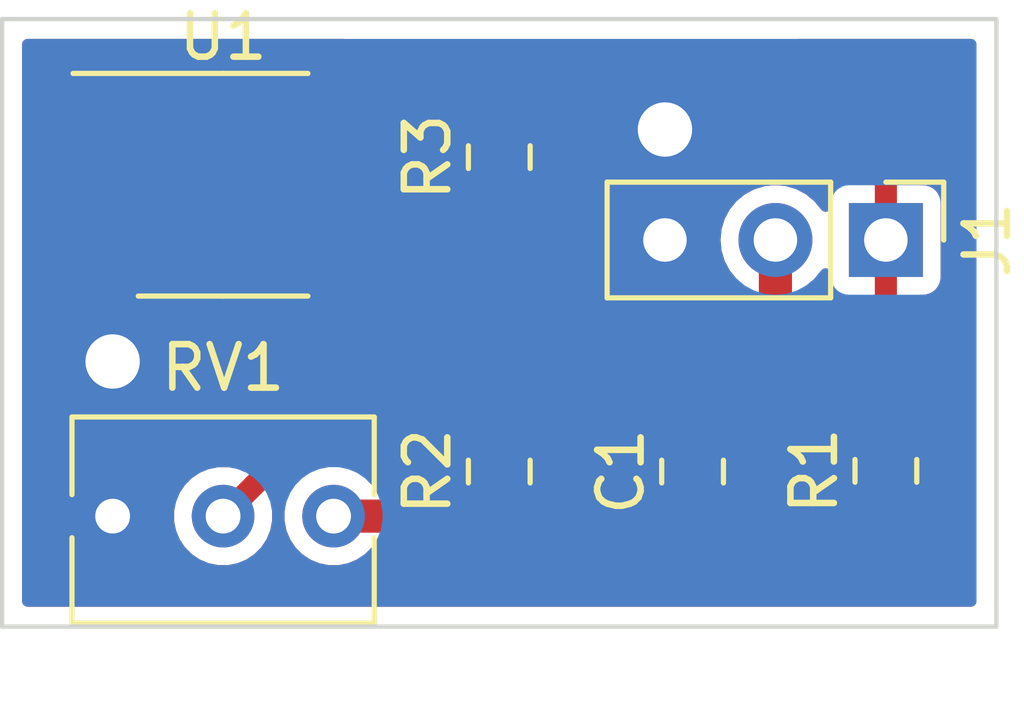
<source format=kicad_pcb>
(kicad_pcb (version 20171130) (host pcbnew "(5.1.2)-1")

  (general
    (thickness 1.6)
    (drawings 4)
    (tracks 16)
    (zones 0)
    (modules 7)
    (nets 5)
  )

  (page A4)
  (layers
    (0 F.Cu signal)
    (31 B.Cu signal)
    (32 B.Adhes user)
    (33 F.Adhes user)
    (34 B.Paste user)
    (35 F.Paste user)
    (36 B.SilkS user)
    (37 F.SilkS user)
    (38 B.Mask user)
    (39 F.Mask user)
    (40 Dwgs.User user)
    (41 Cmts.User user)
    (42 Eco1.User user)
    (43 Eco2.User user)
    (44 Edge.Cuts user)
    (45 Margin user)
    (46 B.CrtYd user)
    (47 F.CrtYd user)
    (48 B.Fab user)
    (49 F.Fab user)
  )

  (setup
    (last_trace_width 0.508)
    (trace_clearance 0.4064)
    (zone_clearance 0.4064)
    (zone_45_only no)
    (trace_min 0.2)
    (via_size 1.75)
    (via_drill 1.25)
    (via_min_size 0.4)
    (via_min_drill 0.3)
    (uvia_size 0.3)
    (uvia_drill 0.1)
    (uvias_allowed no)
    (uvia_min_size 0.2)
    (uvia_min_drill 0.1)
    (edge_width 0.05)
    (segment_width 0.2)
    (pcb_text_width 0.3)
    (pcb_text_size 1.5 1.5)
    (mod_edge_width 0.12)
    (mod_text_size 1 1)
    (mod_text_width 0.15)
    (pad_size 1.524 1.524)
    (pad_drill 0.762)
    (pad_to_mask_clearance 0.051)
    (solder_mask_min_width 0.25)
    (aux_axis_origin 0 0)
    (visible_elements 7FFFFFFF)
    (pcbplotparams
      (layerselection 0x01000_ffffffff)
      (usegerberextensions false)
      (usegerberattributes false)
      (usegerberadvancedattributes false)
      (creategerberjobfile false)
      (excludeedgelayer true)
      (linewidth 0.100000)
      (plotframeref false)
      (viasonmask false)
      (mode 1)
      (useauxorigin false)
      (hpglpennumber 1)
      (hpglpenspeed 20)
      (hpglpendiameter 15.000000)
      (psnegative false)
      (psa4output false)
      (plotreference true)
      (plotvalue true)
      (plotinvisibletext false)
      (padsonsilk false)
      (subtractmaskfromsilk false)
      (outputformat 1)
      (mirror false)
      (drillshape 0)
      (scaleselection 1)
      (outputdirectory ""))
  )

  (net 0 "")
  (net 1 GND)
  (net 2 +6V)
  (net 3 "Net-(J1-Pad1)")
  (net 4 "Net-(R2-Pad2)")

  (net_class Default "This is the default net class."
    (clearance 0.4064)
    (trace_width 0.508)
    (via_dia 1.75)
    (via_drill 1.25)
    (uvia_dia 0.3)
    (uvia_drill 0.1)
    (add_net "Net-(J1-Pad1)")
    (add_net "Net-(R2-Pad2)")
  )

  (net_class Power ""
    (clearance 0.4064)
    (trace_width 0.762)
    (via_dia 1.75)
    (via_drill 1.25)
    (uvia_dia 0.3)
    (uvia_drill 0.1)
    (add_net +6V)
    (add_net GND)
  )

  (module Package_SO:SO-8_3.9x4.9mm_P1.27mm (layer F.Cu) (tedit 5C509AD1) (tstamp 5CDEC8F4)
    (at 238.76 151.13)
    (descr "SO, 8 Pin (https://www.nxp.com/docs/en/data-sheet/PCF8523.pdf), generated with kicad-footprint-generator ipc_gullwing_generator.py")
    (tags "SO SO")
    (path /5CDE7659)
    (attr smd)
    (fp_text reference U1 (at 0 -3.4) (layer F.SilkS)
      (effects (font (size 1 1) (thickness 0.15)))
    )
    (fp_text value LM335ADT (at 0 3.4) (layer F.Fab)
      (effects (font (size 1 1) (thickness 0.15)))
    )
    (fp_text user %R (at 0 0) (layer F.Fab)
      (effects (font (size 0.98 0.98) (thickness 0.15)))
    )
    (fp_line (start 3.7 -2.7) (end -3.7 -2.7) (layer F.CrtYd) (width 0.05))
    (fp_line (start 3.7 2.7) (end 3.7 -2.7) (layer F.CrtYd) (width 0.05))
    (fp_line (start -3.7 2.7) (end 3.7 2.7) (layer F.CrtYd) (width 0.05))
    (fp_line (start -3.7 -2.7) (end -3.7 2.7) (layer F.CrtYd) (width 0.05))
    (fp_line (start -1.95 -1.475) (end -0.975 -2.45) (layer F.Fab) (width 0.1))
    (fp_line (start -1.95 2.45) (end -1.95 -1.475) (layer F.Fab) (width 0.1))
    (fp_line (start 1.95 2.45) (end -1.95 2.45) (layer F.Fab) (width 0.1))
    (fp_line (start 1.95 -2.45) (end 1.95 2.45) (layer F.Fab) (width 0.1))
    (fp_line (start -0.975 -2.45) (end 1.95 -2.45) (layer F.Fab) (width 0.1))
    (fp_line (start 0 -2.56) (end -3.45 -2.56) (layer F.SilkS) (width 0.12))
    (fp_line (start 0 -2.56) (end 1.95 -2.56) (layer F.SilkS) (width 0.12))
    (fp_line (start 0 2.56) (end -1.95 2.56) (layer F.SilkS) (width 0.12))
    (fp_line (start 0 2.56) (end 1.95 2.56) (layer F.SilkS) (width 0.12))
    (pad 8 smd roundrect (at 2.575 -1.905) (size 1.75 0.6) (layers F.Cu F.Paste F.Mask) (roundrect_rratio 0.25)
      (net 3 "Net-(J1-Pad1)"))
    (pad 7 smd roundrect (at 2.575 -0.635) (size 1.75 0.6) (layers F.Cu F.Paste F.Mask) (roundrect_rratio 0.25))
    (pad 6 smd roundrect (at 2.575 0.635) (size 1.75 0.6) (layers F.Cu F.Paste F.Mask) (roundrect_rratio 0.25))
    (pad 5 smd roundrect (at 2.575 1.905) (size 1.75 0.6) (layers F.Cu F.Paste F.Mask) (roundrect_rratio 0.25)
      (net 4 "Net-(R2-Pad2)"))
    (pad 4 smd roundrect (at -2.575 1.905) (size 1.75 0.6) (layers F.Cu F.Paste F.Mask) (roundrect_rratio 0.25)
      (net 1 GND))
    (pad 3 smd roundrect (at -2.575 0.635) (size 1.75 0.6) (layers F.Cu F.Paste F.Mask) (roundrect_rratio 0.25))
    (pad 2 smd roundrect (at -2.575 -0.635) (size 1.75 0.6) (layers F.Cu F.Paste F.Mask) (roundrect_rratio 0.25))
    (pad 1 smd roundrect (at -2.575 -1.905) (size 1.75 0.6) (layers F.Cu F.Paste F.Mask) (roundrect_rratio 0.25))
    (model ${KISYS3DMOD}/Package_SO.3dshapes/SO-8_3.9x4.9mm_P1.27mm.wrl
      (at (xyz 0 0 0))
      (scale (xyz 1 1 1))
      (rotate (xyz 0 0 0))
    )
  )

  (module Potentiometer_THT:Potentiometer_Bourns_3266Y_Vertical (layer F.Cu) (tedit 5A3D4994) (tstamp 5CDEC8DA)
    (at 241.3 158.75)
    (descr "Potentiometer, vertical, Bourns 3266Y, https://www.bourns.com/docs/Product-Datasheets/3266.pdf")
    (tags "Potentiometer vertical Bourns 3266Y")
    (path /5CDEB24B)
    (fp_text reference RV1 (at -2.54 -3.41) (layer F.SilkS)
      (effects (font (size 1 1) (thickness 0.15)))
    )
    (fp_text value 10k (at -2.54 3.59) (layer F.Fab)
      (effects (font (size 1 1) (thickness 0.15)))
    )
    (fp_text user %R (at -3.15 0.09) (layer F.Fab)
      (effects (font (size 0.92 0.92) (thickness 0.15)))
    )
    (fp_line (start 1.1 -2.45) (end -6.15 -2.45) (layer F.CrtYd) (width 0.05))
    (fp_line (start 1.1 2.6) (end 1.1 -2.45) (layer F.CrtYd) (width 0.05))
    (fp_line (start -6.15 2.6) (end 1.1 2.6) (layer F.CrtYd) (width 0.05))
    (fp_line (start -6.15 -2.45) (end -6.15 2.6) (layer F.CrtYd) (width 0.05))
    (fp_line (start 0.935 0.496) (end 0.935 2.46) (layer F.SilkS) (width 0.12))
    (fp_line (start 0.935 -2.28) (end 0.935 -0.494) (layer F.SilkS) (width 0.12))
    (fp_line (start -6.015 0.496) (end -6.015 2.46) (layer F.SilkS) (width 0.12))
    (fp_line (start -6.015 -2.28) (end -6.015 -0.494) (layer F.SilkS) (width 0.12))
    (fp_line (start -6.015 2.46) (end 0.935 2.46) (layer F.SilkS) (width 0.12))
    (fp_line (start -6.015 -2.28) (end 0.935 -2.28) (layer F.SilkS) (width 0.12))
    (fp_line (start -0.405 1.952) (end -0.404 0.189) (layer F.Fab) (width 0.1))
    (fp_line (start -0.405 1.952) (end -0.404 0.189) (layer F.Fab) (width 0.1))
    (fp_line (start 0.815 -2.16) (end -5.895 -2.16) (layer F.Fab) (width 0.1))
    (fp_line (start 0.815 2.34) (end 0.815 -2.16) (layer F.Fab) (width 0.1))
    (fp_line (start -5.895 2.34) (end 0.815 2.34) (layer F.Fab) (width 0.1))
    (fp_line (start -5.895 -2.16) (end -5.895 2.34) (layer F.Fab) (width 0.1))
    (fp_circle (center -0.405 1.07) (end 0.485 1.07) (layer F.Fab) (width 0.1))
    (pad 3 thru_hole circle (at -5.08 0) (size 1.44 1.44) (drill 0.8) (layers *.Cu *.Mask)
      (net 1 GND))
    (pad 2 thru_hole circle (at -2.54 0) (size 1.44 1.44) (drill 0.8) (layers *.Cu *.Mask)
      (net 4 "Net-(R2-Pad2)"))
    (pad 1 thru_hole circle (at 0 0) (size 1.44 1.44) (drill 0.8) (layers *.Cu *.Mask)
      (net 2 +6V))
    (model ${KISYS3DMOD}/Potentiometer_THT.3dshapes/Potentiometer_Bourns_3266Y_Vertical.wrl
      (at (xyz 0 0 0))
      (scale (xyz 1 1 1))
      (rotate (xyz 0 0 0))
    )
  )

  (module Resistor_SMD:R_0805_2012Metric_Pad1.15x1.40mm_HandSolder (layer F.Cu) (tedit 5B36C52B) (tstamp 5CDEC8C1)
    (at 245.11 150.495 90)
    (descr "Resistor SMD 0805 (2012 Metric), square (rectangular) end terminal, IPC_7351 nominal with elongated pad for handsoldering. (Body size source: https://docs.google.com/spreadsheets/d/1BsfQQcO9C6DZCsRaXUlFlo91Tg2WpOkGARC1WS5S8t0/edit?usp=sharing), generated with kicad-footprint-generator")
    (tags "resistor handsolder")
    (path /5CDEC2F0)
    (attr smd)
    (fp_text reference R3 (at 0 -1.65 90) (layer F.SilkS)
      (effects (font (size 1 1) (thickness 0.15)))
    )
    (fp_text value Calibrate (at 0 1.65 90) (layer F.Fab)
      (effects (font (size 1 1) (thickness 0.15)))
    )
    (fp_text user %R (at 0 0 90) (layer F.Fab)
      (effects (font (size 0.5 0.5) (thickness 0.08)))
    )
    (fp_line (start 1.85 0.95) (end -1.85 0.95) (layer F.CrtYd) (width 0.05))
    (fp_line (start 1.85 -0.95) (end 1.85 0.95) (layer F.CrtYd) (width 0.05))
    (fp_line (start -1.85 -0.95) (end 1.85 -0.95) (layer F.CrtYd) (width 0.05))
    (fp_line (start -1.85 0.95) (end -1.85 -0.95) (layer F.CrtYd) (width 0.05))
    (fp_line (start -0.261252 0.71) (end 0.261252 0.71) (layer F.SilkS) (width 0.12))
    (fp_line (start -0.261252 -0.71) (end 0.261252 -0.71) (layer F.SilkS) (width 0.12))
    (fp_line (start 1 0.6) (end -1 0.6) (layer F.Fab) (width 0.1))
    (fp_line (start 1 -0.6) (end 1 0.6) (layer F.Fab) (width 0.1))
    (fp_line (start -1 -0.6) (end 1 -0.6) (layer F.Fab) (width 0.1))
    (fp_line (start -1 0.6) (end -1 -0.6) (layer F.Fab) (width 0.1))
    (pad 2 smd roundrect (at 1.025 0 90) (size 1.15 1.4) (layers F.Cu F.Paste F.Mask) (roundrect_rratio 0.217391)
      (net 1 GND))
    (pad 1 smd roundrect (at -1.025 0 90) (size 1.15 1.4) (layers F.Cu F.Paste F.Mask) (roundrect_rratio 0.217391)
      (net 4 "Net-(R2-Pad2)"))
    (model ${KISYS3DMOD}/Resistor_SMD.3dshapes/R_0805_2012Metric.wrl
      (at (xyz 0 0 0))
      (scale (xyz 1 1 1))
      (rotate (xyz 0 0 0))
    )
  )

  (module Resistor_SMD:R_0805_2012Metric_Pad1.15x1.40mm_HandSolder (layer F.Cu) (tedit 5B36C52B) (tstamp 5CDEC8B0)
    (at 245.11 157.725 90)
    (descr "Resistor SMD 0805 (2012 Metric), square (rectangular) end terminal, IPC_7351 nominal with elongated pad for handsoldering. (Body size source: https://docs.google.com/spreadsheets/d/1BsfQQcO9C6DZCsRaXUlFlo91Tg2WpOkGARC1WS5S8t0/edit?usp=sharing), generated with kicad-footprint-generator")
    (tags "resistor handsolder")
    (path /5CDEBA63)
    (attr smd)
    (fp_text reference R2 (at 0 -1.65 90) (layer F.SilkS)
      (effects (font (size 1 1) (thickness 0.15)))
    )
    (fp_text value Calibrate (at 0 1.65 90) (layer F.Fab)
      (effects (font (size 1 1) (thickness 0.15)))
    )
    (fp_text user %R (at 0 0 90) (layer F.Fab)
      (effects (font (size 0.5 0.5) (thickness 0.08)))
    )
    (fp_line (start 1.85 0.95) (end -1.85 0.95) (layer F.CrtYd) (width 0.05))
    (fp_line (start 1.85 -0.95) (end 1.85 0.95) (layer F.CrtYd) (width 0.05))
    (fp_line (start -1.85 -0.95) (end 1.85 -0.95) (layer F.CrtYd) (width 0.05))
    (fp_line (start -1.85 0.95) (end -1.85 -0.95) (layer F.CrtYd) (width 0.05))
    (fp_line (start -0.261252 0.71) (end 0.261252 0.71) (layer F.SilkS) (width 0.12))
    (fp_line (start -0.261252 -0.71) (end 0.261252 -0.71) (layer F.SilkS) (width 0.12))
    (fp_line (start 1 0.6) (end -1 0.6) (layer F.Fab) (width 0.1))
    (fp_line (start 1 -0.6) (end 1 0.6) (layer F.Fab) (width 0.1))
    (fp_line (start -1 -0.6) (end 1 -0.6) (layer F.Fab) (width 0.1))
    (fp_line (start -1 0.6) (end -1 -0.6) (layer F.Fab) (width 0.1))
    (pad 2 smd roundrect (at 1.025 0 90) (size 1.15 1.4) (layers F.Cu F.Paste F.Mask) (roundrect_rratio 0.217391)
      (net 4 "Net-(R2-Pad2)"))
    (pad 1 smd roundrect (at -1.025 0 90) (size 1.15 1.4) (layers F.Cu F.Paste F.Mask) (roundrect_rratio 0.217391)
      (net 2 +6V))
    (model ${KISYS3DMOD}/Resistor_SMD.3dshapes/R_0805_2012Metric.wrl
      (at (xyz 0 0 0))
      (scale (xyz 1 1 1))
      (rotate (xyz 0 0 0))
    )
  )

  (module Resistor_SMD:R_0805_2012Metric_Pad1.15x1.40mm_HandSolder (layer F.Cu) (tedit 5B36C52B) (tstamp 5CDEC89F)
    (at 254 157.7086 90)
    (descr "Resistor SMD 0805 (2012 Metric), square (rectangular) end terminal, IPC_7351 nominal with elongated pad for handsoldering. (Body size source: https://docs.google.com/spreadsheets/d/1BsfQQcO9C6DZCsRaXUlFlo91Tg2WpOkGARC1WS5S8t0/edit?usp=sharing), generated with kicad-footprint-generator")
    (tags "resistor handsolder")
    (path /5CDE9DB2)
    (attr smd)
    (fp_text reference R1 (at 0 -1.65 90) (layer F.SilkS)
      (effects (font (size 1 1) (thickness 0.15)))
    )
    (fp_text value 2k (at 0 1.65 90) (layer F.Fab)
      (effects (font (size 1 1) (thickness 0.15)))
    )
    (fp_text user %R (at 0 0 90) (layer F.Fab)
      (effects (font (size 0.5 0.5) (thickness 0.08)))
    )
    (fp_line (start 1.85 0.95) (end -1.85 0.95) (layer F.CrtYd) (width 0.05))
    (fp_line (start 1.85 -0.95) (end 1.85 0.95) (layer F.CrtYd) (width 0.05))
    (fp_line (start -1.85 -0.95) (end 1.85 -0.95) (layer F.CrtYd) (width 0.05))
    (fp_line (start -1.85 0.95) (end -1.85 -0.95) (layer F.CrtYd) (width 0.05))
    (fp_line (start -0.261252 0.71) (end 0.261252 0.71) (layer F.SilkS) (width 0.12))
    (fp_line (start -0.261252 -0.71) (end 0.261252 -0.71) (layer F.SilkS) (width 0.12))
    (fp_line (start 1 0.6) (end -1 0.6) (layer F.Fab) (width 0.1))
    (fp_line (start 1 -0.6) (end 1 0.6) (layer F.Fab) (width 0.1))
    (fp_line (start -1 -0.6) (end 1 -0.6) (layer F.Fab) (width 0.1))
    (fp_line (start -1 0.6) (end -1 -0.6) (layer F.Fab) (width 0.1))
    (pad 2 smd roundrect (at 1.025 0 90) (size 1.15 1.4) (layers F.Cu F.Paste F.Mask) (roundrect_rratio 0.217391)
      (net 3 "Net-(J1-Pad1)"))
    (pad 1 smd roundrect (at -1.025 0 90) (size 1.15 1.4) (layers F.Cu F.Paste F.Mask) (roundrect_rratio 0.217391)
      (net 2 +6V))
    (model ${KISYS3DMOD}/Resistor_SMD.3dshapes/R_0805_2012Metric.wrl
      (at (xyz 0 0 0))
      (scale (xyz 1 1 1))
      (rotate (xyz 0 0 0))
    )
  )

  (module Connector_PinHeader_2.54mm:PinHeader_1x03_P2.54mm_Vertical (layer F.Cu) (tedit 59FED5CC) (tstamp 5CDEC88E)
    (at 254 152.4 270)
    (descr "Through hole straight pin header, 1x03, 2.54mm pitch, single row")
    (tags "Through hole pin header THT 1x03 2.54mm single row")
    (path /5CDF97C4)
    (fp_text reference J1 (at 0 -2.33 90) (layer F.SilkS)
      (effects (font (size 1 1) (thickness 0.15)))
    )
    (fp_text value PWR (at 0 7.41 90) (layer F.Fab)
      (effects (font (size 1 1) (thickness 0.15)))
    )
    (fp_text user %R (at 0 2.54) (layer F.Fab)
      (effects (font (size 1 1) (thickness 0.15)))
    )
    (fp_line (start 1.8 -1.8) (end -1.8 -1.8) (layer F.CrtYd) (width 0.05))
    (fp_line (start 1.8 6.85) (end 1.8 -1.8) (layer F.CrtYd) (width 0.05))
    (fp_line (start -1.8 6.85) (end 1.8 6.85) (layer F.CrtYd) (width 0.05))
    (fp_line (start -1.8 -1.8) (end -1.8 6.85) (layer F.CrtYd) (width 0.05))
    (fp_line (start -1.33 -1.33) (end 0 -1.33) (layer F.SilkS) (width 0.12))
    (fp_line (start -1.33 0) (end -1.33 -1.33) (layer F.SilkS) (width 0.12))
    (fp_line (start -1.33 1.27) (end 1.33 1.27) (layer F.SilkS) (width 0.12))
    (fp_line (start 1.33 1.27) (end 1.33 6.41) (layer F.SilkS) (width 0.12))
    (fp_line (start -1.33 1.27) (end -1.33 6.41) (layer F.SilkS) (width 0.12))
    (fp_line (start -1.33 6.41) (end 1.33 6.41) (layer F.SilkS) (width 0.12))
    (fp_line (start -1.27 -0.635) (end -0.635 -1.27) (layer F.Fab) (width 0.1))
    (fp_line (start -1.27 6.35) (end -1.27 -0.635) (layer F.Fab) (width 0.1))
    (fp_line (start 1.27 6.35) (end -1.27 6.35) (layer F.Fab) (width 0.1))
    (fp_line (start 1.27 -1.27) (end 1.27 6.35) (layer F.Fab) (width 0.1))
    (fp_line (start -0.635 -1.27) (end 1.27 -1.27) (layer F.Fab) (width 0.1))
    (pad 3 thru_hole oval (at 0 5.08 270) (size 1.7 1.7) (drill 1) (layers *.Cu *.Mask)
      (net 1 GND))
    (pad 2 thru_hole oval (at 0 2.54 270) (size 1.7 1.7) (drill 1) (layers *.Cu *.Mask)
      (net 2 +6V))
    (pad 1 thru_hole rect (at 0 0 270) (size 1.7 1.7) (drill 1) (layers *.Cu *.Mask)
      (net 3 "Net-(J1-Pad1)"))
    (model ${KISYS3DMOD}/Connector_PinHeader_2.54mm.3dshapes/PinHeader_1x03_P2.54mm_Vertical.wrl
      (at (xyz 0 0 0))
      (scale (xyz 1 1 1))
      (rotate (xyz 0 0 0))
    )
  )

  (module Capacitor_SMD:C_0805_2012Metric_Pad1.15x1.40mm_HandSolder (layer F.Cu) (tedit 5B36C52B) (tstamp 5CDECC54)
    (at 249.555 157.725 90)
    (descr "Capacitor SMD 0805 (2012 Metric), square (rectangular) end terminal, IPC_7351 nominal with elongated pad for handsoldering. (Body size source: https://docs.google.com/spreadsheets/d/1BsfQQcO9C6DZCsRaXUlFlo91Tg2WpOkGARC1WS5S8t0/edit?usp=sharing), generated with kicad-footprint-generator")
    (tags "capacitor handsolder")
    (path /5CDEAB79)
    (attr smd)
    (fp_text reference C1 (at 0 -1.65 90) (layer F.SilkS)
      (effects (font (size 1 1) (thickness 0.15)))
    )
    (fp_text value 100n (at 0 1.65 90) (layer F.Fab)
      (effects (font (size 1 1) (thickness 0.15)))
    )
    (fp_text user %R (at 0 0 90) (layer F.Fab)
      (effects (font (size 0.5 0.5) (thickness 0.08)))
    )
    (fp_line (start 1.85 0.95) (end -1.85 0.95) (layer F.CrtYd) (width 0.05))
    (fp_line (start 1.85 -0.95) (end 1.85 0.95) (layer F.CrtYd) (width 0.05))
    (fp_line (start -1.85 -0.95) (end 1.85 -0.95) (layer F.CrtYd) (width 0.05))
    (fp_line (start -1.85 0.95) (end -1.85 -0.95) (layer F.CrtYd) (width 0.05))
    (fp_line (start -0.261252 0.71) (end 0.261252 0.71) (layer F.SilkS) (width 0.12))
    (fp_line (start -0.261252 -0.71) (end 0.261252 -0.71) (layer F.SilkS) (width 0.12))
    (fp_line (start 1 0.6) (end -1 0.6) (layer F.Fab) (width 0.1))
    (fp_line (start 1 -0.6) (end 1 0.6) (layer F.Fab) (width 0.1))
    (fp_line (start -1 -0.6) (end 1 -0.6) (layer F.Fab) (width 0.1))
    (fp_line (start -1 0.6) (end -1 -0.6) (layer F.Fab) (width 0.1))
    (pad 2 smd roundrect (at 1.025 0 90) (size 1.15 1.4) (layers F.Cu F.Paste F.Mask) (roundrect_rratio 0.217391)
      (net 1 GND))
    (pad 1 smd roundrect (at -1.025 0 90) (size 1.15 1.4) (layers F.Cu F.Paste F.Mask) (roundrect_rratio 0.217391)
      (net 2 +6V))
    (model ${KISYS3DMOD}/Capacitor_SMD.3dshapes/C_0805_2012Metric.wrl
      (at (xyz 0 0 0))
      (scale (xyz 1 1 1))
      (rotate (xyz 0 0 0))
    )
  )

  (gr_line (start 256.54 147.32) (end 256.54 161.29) (layer Edge.Cuts) (width 0.1))
  (gr_line (start 233.68 147.32) (end 256.54 147.32) (layer Edge.Cuts) (width 0.1))
  (gr_line (start 233.68 161.29) (end 233.68 147.32) (layer Edge.Cuts) (width 0.1))
  (gr_line (start 256.54 161.29) (end 233.68 161.29) (layer Edge.Cuts) (width 0.1))

  (via (at 236.22 155.194) (size 1.75) (drill 1.25) (layers F.Cu B.Cu) (net 1))
  (via (at 248.92 149.86) (size 1.75) (drill 1.25) (layers F.Cu B.Cu) (net 1))
  (segment (start 249.5714 158.7336) (end 249.555 158.75) (width 0.762) (layer F.Cu) (net 2))
  (segment (start 249.555 158.75) (end 245.11 158.75) (width 0.762) (layer F.Cu) (net 2))
  (segment (start 245.11 158.75) (end 241.3 158.75) (width 0.762) (layer F.Cu) (net 2))
  (segment (start 251.46 158.6992) (end 251.4256 158.7336) (width 0.762) (layer F.Cu) (net 2))
  (segment (start 251.46 152.4) (end 251.46 158.6992) (width 0.762) (layer F.Cu) (net 2))
  (segment (start 254 158.7336) (end 251.4256 158.7336) (width 0.762) (layer F.Cu) (net 2))
  (segment (start 251.4256 158.7336) (end 249.5714 158.7336) (width 0.762) (layer F.Cu) (net 2))
  (segment (start 254 151.042) (end 254 152.4) (width 0.508) (layer F.Cu) (net 3))
  (segment (start 251.19259 148.23459) (end 254 151.042) (width 0.508) (layer F.Cu) (net 3))
  (segment (start 242.32541 148.23459) (end 251.19259 148.23459) (width 0.508) (layer F.Cu) (net 3))
  (segment (start 241.335 149.225) (end 242.32541 148.23459) (width 0.508) (layer F.Cu) (net 3))
  (segment (start 254 152.4) (end 254 156.6836) (width 0.508) (layer F.Cu) (net 3))
  (segment (start 238.76 158.75) (end 239.479999 158.030001) (width 0.508) (layer F.Cu) (net 4))
  (segment (start 239.479999 158.030001) (end 240.792 156.718) (width 0.508) (layer F.Cu) (net 4))

  (zone (net 1) (net_name GND) (layer F.Cu) (tstamp 5CE08F7A) (hatch edge 0.508)
    (connect_pads yes (clearance 0.4064))
    (min_thickness 0.254)
    (fill yes (arc_segments 32) (thermal_gap 0.508) (thermal_bridge_width 0.508))
    (polygon
      (pts
        (xy 256.54 147.32) (xy 256.54 161.29) (xy 233.68 161.29) (xy 233.68 147.32)
      )
    )
    (filled_polygon
      (pts
        (xy 241.057429 148.38902) (xy 240.61 148.38902) (xy 240.476172 148.402201) (xy 240.347487 148.441237) (xy 240.22889 148.504628)
        (xy 240.124939 148.589939) (xy 240.039628 148.69389) (xy 239.976237 148.812487) (xy 239.937201 148.941172) (xy 239.92402 149.075)
        (xy 239.92402 149.375) (xy 239.937201 149.508828) (xy 239.976237 149.637513) (xy 240.039628 149.75611) (xy 240.124889 149.86)
        (xy 240.039628 149.96389) (xy 239.976237 150.082487) (xy 239.937201 150.211172) (xy 239.92402 150.345) (xy 239.92402 150.645)
        (xy 239.937201 150.778828) (xy 239.976237 150.907513) (xy 240.039628 151.02611) (xy 240.124889 151.13) (xy 240.039628 151.23389)
        (xy 239.976237 151.352487) (xy 239.937201 151.481172) (xy 239.92402 151.615) (xy 239.92402 151.915) (xy 239.93256 152.001712)
        (xy 239.906829 152.022829) (xy 239.840494 152.103659) (xy 239.791203 152.195877) (xy 239.760849 152.295939) (xy 239.7506 152.4)
        (xy 239.7506 156.645849) (xy 238.950579 157.445871) (xy 238.950568 157.44588) (xy 238.897127 157.499321) (xy 238.883449 157.4966)
        (xy 238.636551 157.4966) (xy 238.394397 157.544767) (xy 238.166292 157.639251) (xy 237.961004 157.77642) (xy 237.78642 157.951004)
        (xy 237.649251 158.156292) (xy 237.554767 158.384397) (xy 237.5066 158.626551) (xy 237.5066 158.873449) (xy 237.554767 159.115603)
        (xy 237.649251 159.343708) (xy 237.78642 159.548996) (xy 237.961004 159.72358) (xy 238.166292 159.860749) (xy 238.394397 159.955233)
        (xy 238.636551 160.0034) (xy 238.883449 160.0034) (xy 239.125603 159.955233) (xy 239.353708 159.860749) (xy 239.558996 159.72358)
        (xy 239.73358 159.548996) (xy 239.870749 159.343708) (xy 239.965233 159.115603) (xy 240.0134 158.873449) (xy 240.0134 158.626551)
        (xy 240.010679 158.612873) (xy 240.058915 158.564637) (xy 240.0466 158.626551) (xy 240.0466 158.873449) (xy 240.094767 159.115603)
        (xy 240.189251 159.343708) (xy 240.32642 159.548996) (xy 240.501004 159.72358) (xy 240.706292 159.860749) (xy 240.934397 159.955233)
        (xy 241.176551 160.0034) (xy 241.423449 160.0034) (xy 241.665603 159.955233) (xy 241.893708 159.860749) (xy 242.098996 159.72358)
        (xy 242.158176 159.6644) (xy 244.145203 159.6644) (xy 244.223332 159.728519) (xy 244.359218 159.801151) (xy 244.506662 159.845878)
        (xy 244.659999 159.86098) (xy 245.560001 159.86098) (xy 245.713338 159.845878) (xy 245.860782 159.801151) (xy 245.996668 159.728519)
        (xy 246.074797 159.6644) (xy 248.590203 159.6644) (xy 248.668332 159.728519) (xy 248.804218 159.801151) (xy 248.951662 159.845878)
        (xy 249.104999 159.86098) (xy 250.005001 159.86098) (xy 250.158338 159.845878) (xy 250.305782 159.801151) (xy 250.441668 159.728519)
        (xy 250.53978 159.648) (xy 251.380685 159.648) (xy 251.4256 159.652424) (xy 251.470515 159.648) (xy 253.035203 159.648)
        (xy 253.113332 159.712119) (xy 253.249218 159.784751) (xy 253.396662 159.829478) (xy 253.549999 159.84458) (xy 254.450001 159.84458)
        (xy 254.603338 159.829478) (xy 254.750782 159.784751) (xy 254.886668 159.712119) (xy 255.005772 159.614372) (xy 255.103519 159.495268)
        (xy 255.176151 159.359382) (xy 255.220878 159.211938) (xy 255.23598 159.058601) (xy 255.23598 158.408599) (xy 255.220878 158.255262)
        (xy 255.176151 158.107818) (xy 255.103519 157.971932) (xy 255.005772 157.852828) (xy 254.886668 157.755081) (xy 254.799707 157.7086)
        (xy 254.886668 157.662119) (xy 255.005772 157.564372) (xy 255.103519 157.445268) (xy 255.176151 157.309382) (xy 255.220878 157.161938)
        (xy 255.23598 157.008601) (xy 255.23598 156.358599) (xy 255.220878 156.205262) (xy 255.176151 156.057818) (xy 255.103519 155.921932)
        (xy 255.005772 155.802828) (xy 254.886668 155.705081) (xy 254.7874 155.652022) (xy 254.7874 153.78598) (xy 254.85 153.78598)
        (xy 254.954565 153.775681) (xy 255.055111 153.745181) (xy 255.147775 153.695651) (xy 255.228995 153.628995) (xy 255.295651 153.547775)
        (xy 255.345181 153.455111) (xy 255.375681 153.354565) (xy 255.38598 153.25) (xy 255.38598 151.55) (xy 255.375681 151.445435)
        (xy 255.345181 151.344889) (xy 255.295651 151.252225) (xy 255.228995 151.171005) (xy 255.147775 151.104349) (xy 255.055111 151.054819)
        (xy 254.954565 151.024319) (xy 254.85 151.01402) (xy 254.788452 151.01402) (xy 254.7874 151.003336) (xy 254.7874 151.003327)
        (xy 254.776006 150.887643) (xy 254.730982 150.739217) (xy 254.657866 150.602428) (xy 254.559469 150.482531) (xy 254.529434 150.457882)
        (xy 251.97495 147.9034) (xy 255.9566 147.9034) (xy 255.956601 160.7066) (xy 234.2634 160.7066) (xy 234.2634 149.075)
        (xy 234.77402 149.075) (xy 234.77402 149.375) (xy 234.787201 149.508828) (xy 234.826237 149.637513) (xy 234.889628 149.75611)
        (xy 234.974889 149.86) (xy 234.889628 149.96389) (xy 234.826237 150.082487) (xy 234.787201 150.211172) (xy 234.77402 150.345)
        (xy 234.77402 150.645) (xy 234.787201 150.778828) (xy 234.826237 150.907513) (xy 234.889628 151.02611) (xy 234.974889 151.13)
        (xy 234.889628 151.23389) (xy 234.826237 151.352487) (xy 234.787201 151.481172) (xy 234.77402 151.615) (xy 234.77402 151.915)
        (xy 234.787201 152.048828) (xy 234.826237 152.177513) (xy 234.889628 152.29611) (xy 234.974939 152.400061) (xy 235.07889 152.485372)
        (xy 235.197487 152.548763) (xy 235.326172 152.587799) (xy 235.46 152.60098) (xy 236.91 152.60098) (xy 237.043828 152.587799)
        (xy 237.172513 152.548763) (xy 237.29111 152.485372) (xy 237.395061 152.400061) (xy 237.480372 152.29611) (xy 237.543763 152.177513)
        (xy 237.582799 152.048828) (xy 237.59598 151.915) (xy 237.59598 151.615) (xy 237.582799 151.481172) (xy 237.543763 151.352487)
        (xy 237.480372 151.23389) (xy 237.395111 151.13) (xy 237.480372 151.02611) (xy 237.543763 150.907513) (xy 237.582799 150.778828)
        (xy 237.59598 150.645) (xy 237.59598 150.345) (xy 237.582799 150.211172) (xy 237.543763 150.082487) (xy 237.480372 149.96389)
        (xy 237.395111 149.86) (xy 237.480372 149.75611) (xy 237.543763 149.637513) (xy 237.582799 149.508828) (xy 237.59598 149.375)
        (xy 237.59598 149.075) (xy 237.582799 148.941172) (xy 237.543763 148.812487) (xy 237.480372 148.69389) (xy 237.395061 148.589939)
        (xy 237.29111 148.504628) (xy 237.172513 148.441237) (xy 237.043828 148.402201) (xy 236.91 148.38902) (xy 235.46 148.38902)
        (xy 235.326172 148.402201) (xy 235.197487 148.441237) (xy 235.07889 148.504628) (xy 234.974939 148.589939) (xy 234.889628 148.69389)
        (xy 234.826237 148.812487) (xy 234.787201 148.941172) (xy 234.77402 149.075) (xy 234.2634 149.075) (xy 234.2634 147.9034)
        (xy 241.543048 147.9034)
      )
    )
    (filled_polygon
      (pts
        (xy 252.915159 151.07071) (xy 252.852225 151.104349) (xy 252.771005 151.171005) (xy 252.704349 151.252225) (xy 252.654819 151.344889)
        (xy 252.624319 151.445435) (xy 252.61402 151.55) (xy 252.61402 151.625513) (xy 252.442944 151.417056) (xy 252.232294 151.24418)
        (xy 251.991966 151.115722) (xy 251.731194 151.036617) (xy 251.527956 151.0166) (xy 251.392044 151.0166) (xy 251.188806 151.036617)
        (xy 250.928034 151.115722) (xy 250.687706 151.24418) (xy 250.477056 151.417056) (xy 250.30418 151.627706) (xy 250.175722 151.868034)
        (xy 250.096617 152.128806) (xy 250.069907 152.4) (xy 250.096617 152.671194) (xy 250.175722 152.931966) (xy 250.30418 153.172294)
        (xy 250.477056 153.382944) (xy 250.5456 153.439197) (xy 250.545601 157.8192) (xy 250.499813 157.8192) (xy 250.441668 157.771481)
        (xy 250.305782 157.698849) (xy 250.158338 157.654122) (xy 250.005001 157.63902) (xy 249.104999 157.63902) (xy 248.951662 157.654122)
        (xy 248.804218 157.698849) (xy 248.668332 157.771481) (xy 248.590203 157.8356) (xy 246.774874 157.8356) (xy 246.823506 157.776341)
        (xy 246.872797 157.684123) (xy 246.903151 157.584061) (xy 246.9134 157.48) (xy 246.9134 150.622) (xy 246.903151 150.517939)
        (xy 246.872797 150.417877) (xy 246.823506 150.325659) (xy 246.757171 150.244829) (xy 246.676341 150.178494) (xy 246.584123 150.129203)
        (xy 246.484061 150.098849) (xy 246.38 150.0886) (xy 243.84 150.0886) (xy 243.699653 150.107395) (xy 243.601955 150.144663)
        (xy 243.513406 150.200275) (xy 243.437407 150.272094) (xy 243.376879 150.357359) (xy 242.733079 151.48401) (xy 242.732799 151.481172)
        (xy 242.693763 151.352487) (xy 242.630372 151.23389) (xy 242.545111 151.13) (xy 242.630372 151.02611) (xy 242.693763 150.907513)
        (xy 242.732799 150.778828) (xy 242.74598 150.645) (xy 242.74598 150.345) (xy 242.732799 150.211172) (xy 242.693763 150.082487)
        (xy 242.630372 149.96389) (xy 242.545111 149.86) (xy 242.630372 149.75611) (xy 242.693763 149.637513) (xy 242.732799 149.508828)
        (xy 242.74598 149.375) (xy 242.74598 149.075) (xy 242.740759 149.02199) (xy 250.86644 149.02199)
      )
    )
  )
  (zone (net 4) (net_name "Net-(R2-Pad2)") (layer F.Cu) (tstamp 5CE08F77) (hatch edge 0.508)
    (priority 1)
    (connect_pads yes (clearance 0.4064))
    (min_thickness 0.254)
    (fill yes (arc_segments 32) (thermal_gap 0.508) (thermal_bridge_width 0.508))
    (polygon
      (pts
        (xy 246.38 150.622) (xy 246.38 157.48) (xy 240.284 157.48) (xy 240.284 152.4) (xy 242.824 152.4)
        (xy 243.84 150.622)
      )
    )
    (filled_polygon
      (pts
        (xy 246.253 157.353) (xy 240.411 157.353) (xy 240.411 152.568029) (xy 240.476172 152.587799) (xy 240.61 152.60098)
        (xy 242.06 152.60098) (xy 242.193828 152.587799) (xy 242.322513 152.548763) (xy 242.363229 152.527) (xy 242.824 152.527)
        (xy 242.848776 152.52456) (xy 242.872601 152.517333) (xy 242.894557 152.505597) (xy 242.913803 152.489803) (xy 242.934267 152.46301)
        (xy 243.913701 150.749) (xy 246.253 150.749)
      )
    )
  )
  (zone (net 1) (net_name GND) (layer B.Cu) (tstamp 5CE08F74) (hatch edge 0.508)
    (connect_pads yes (clearance 0.4064))
    (min_thickness 0.254)
    (fill yes (arc_segments 32) (thermal_gap 0.508) (thermal_bridge_width 0.508))
    (polygon
      (pts
        (xy 256.54 147.32) (xy 256.54 161.29) (xy 233.68 161.29) (xy 233.68 147.32)
      )
    )
    (filled_polygon
      (pts
        (xy 255.956601 160.7066) (xy 234.2634 160.7066) (xy 234.2634 158.626551) (xy 237.5066 158.626551) (xy 237.5066 158.873449)
        (xy 237.554767 159.115603) (xy 237.649251 159.343708) (xy 237.78642 159.548996) (xy 237.961004 159.72358) (xy 238.166292 159.860749)
        (xy 238.394397 159.955233) (xy 238.636551 160.0034) (xy 238.883449 160.0034) (xy 239.125603 159.955233) (xy 239.353708 159.860749)
        (xy 239.558996 159.72358) (xy 239.73358 159.548996) (xy 239.870749 159.343708) (xy 239.965233 159.115603) (xy 240.0134 158.873449)
        (xy 240.0134 158.626551) (xy 240.0466 158.626551) (xy 240.0466 158.873449) (xy 240.094767 159.115603) (xy 240.189251 159.343708)
        (xy 240.32642 159.548996) (xy 240.501004 159.72358) (xy 240.706292 159.860749) (xy 240.934397 159.955233) (xy 241.176551 160.0034)
        (xy 241.423449 160.0034) (xy 241.665603 159.955233) (xy 241.893708 159.860749) (xy 242.098996 159.72358) (xy 242.27358 159.548996)
        (xy 242.410749 159.343708) (xy 242.505233 159.115603) (xy 242.5534 158.873449) (xy 242.5534 158.626551) (xy 242.505233 158.384397)
        (xy 242.410749 158.156292) (xy 242.27358 157.951004) (xy 242.098996 157.77642) (xy 241.893708 157.639251) (xy 241.665603 157.544767)
        (xy 241.423449 157.4966) (xy 241.176551 157.4966) (xy 240.934397 157.544767) (xy 240.706292 157.639251) (xy 240.501004 157.77642)
        (xy 240.32642 157.951004) (xy 240.189251 158.156292) (xy 240.094767 158.384397) (xy 240.0466 158.626551) (xy 240.0134 158.626551)
        (xy 239.965233 158.384397) (xy 239.870749 158.156292) (xy 239.73358 157.951004) (xy 239.558996 157.77642) (xy 239.353708 157.639251)
        (xy 239.125603 157.544767) (xy 238.883449 157.4966) (xy 238.636551 157.4966) (xy 238.394397 157.544767) (xy 238.166292 157.639251)
        (xy 237.961004 157.77642) (xy 237.78642 157.951004) (xy 237.649251 158.156292) (xy 237.554767 158.384397) (xy 237.5066 158.626551)
        (xy 234.2634 158.626551) (xy 234.2634 152.4) (xy 250.069907 152.4) (xy 250.096617 152.671194) (xy 250.175722 152.931966)
        (xy 250.30418 153.172294) (xy 250.477056 153.382944) (xy 250.687706 153.55582) (xy 250.928034 153.684278) (xy 251.188806 153.763383)
        (xy 251.392044 153.7834) (xy 251.527956 153.7834) (xy 251.731194 153.763383) (xy 251.991966 153.684278) (xy 252.232294 153.55582)
        (xy 252.442944 153.382944) (xy 252.61402 153.174487) (xy 252.61402 153.25) (xy 252.624319 153.354565) (xy 252.654819 153.455111)
        (xy 252.704349 153.547775) (xy 252.771005 153.628995) (xy 252.852225 153.695651) (xy 252.944889 153.745181) (xy 253.045435 153.775681)
        (xy 253.15 153.78598) (xy 254.85 153.78598) (xy 254.954565 153.775681) (xy 255.055111 153.745181) (xy 255.147775 153.695651)
        (xy 255.228995 153.628995) (xy 255.295651 153.547775) (xy 255.345181 153.455111) (xy 255.375681 153.354565) (xy 255.38598 153.25)
        (xy 255.38598 151.55) (xy 255.375681 151.445435) (xy 255.345181 151.344889) (xy 255.295651 151.252225) (xy 255.228995 151.171005)
        (xy 255.147775 151.104349) (xy 255.055111 151.054819) (xy 254.954565 151.024319) (xy 254.85 151.01402) (xy 253.15 151.01402)
        (xy 253.045435 151.024319) (xy 252.944889 151.054819) (xy 252.852225 151.104349) (xy 252.771005 151.171005) (xy 252.704349 151.252225)
        (xy 252.654819 151.344889) (xy 252.624319 151.445435) (xy 252.61402 151.55) (xy 252.61402 151.625513) (xy 252.442944 151.417056)
        (xy 252.232294 151.24418) (xy 251.991966 151.115722) (xy 251.731194 151.036617) (xy 251.527956 151.0166) (xy 251.392044 151.0166)
        (xy 251.188806 151.036617) (xy 250.928034 151.115722) (xy 250.687706 151.24418) (xy 250.477056 151.417056) (xy 250.30418 151.627706)
        (xy 250.175722 151.868034) (xy 250.096617 152.128806) (xy 250.069907 152.4) (xy 234.2634 152.4) (xy 234.2634 147.9034)
        (xy 255.9566 147.9034)
      )
    )
  )
)

</source>
